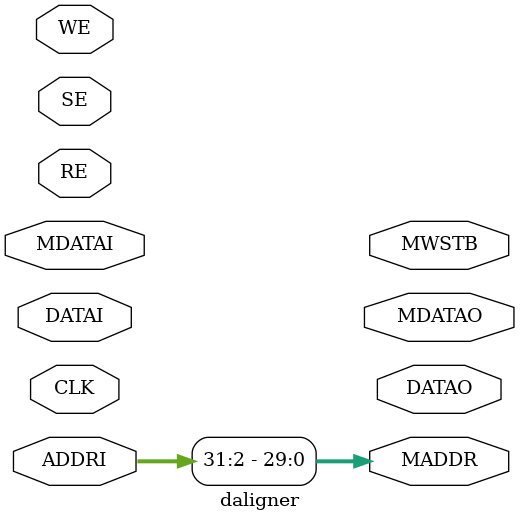
<source format=v>
`include "riscv.vh"

module daligner
  (
   input 	     CLK,
   // M stage interface
   input [31:0]      ADDRI,
   input [31:0]      DATAI,
//   output reg [31:0] DATAO,
   output [31:0] DATAO,
   input [ 1:0]      WE, // 00: no write, 01: byte, 10: h-word, 11: word
   input [ 1:0]      RE, // 00: no read,  01: byte, 10: h-word, 11: word
   input 	     SE, // Sign Extend Control
   // Memory interface
   output [31:2]     MADDR,
   output reg [31:0] MDATAO,
   input [31:0]      MDATAI,
   output reg [ 3:0] MWSTB  // Write strobe 0000, 0001, 0010, 0100, 1000, 0011, 1100, 1111
   );

   reg [31:0] 	     iDATAO;
   
   assign MADDR = ADDRI[31:2];

`ifdef BIG_ENDIAN
   always @( MDATAI or ADDRI or WE or DATAI )
     begin
	case( WE )
	  2'b01: case( ADDRI[1:0] )
		   2'b00: MDATAO <= { MDATAI[31: 8],              DATAI[ 7:0] };
		   2'b01: MDATAO <= { MDATAI[31:16], DATAI[7:0], MDATAI[ 7:0] };
		   2'b10: MDATAO <= { MDATAI[31:24], DATAI[7:0], MDATAI[15:0] };
		   2'b11: MDATAO <= {  DATAI[7:0],               MDATAI[23:0] };
		 endcase
	  2'b10: case( ADDRI[1:0] )
		   2'b00: MDATAO <= { MDATAI[31:16],  DATAI[15: 0] };
		   2'b10: MDATAO <= {  DATAI[15: 0], MDATAI[15: 0] };
		 endcase
	  default: MDATAO <= DATAI;
	endcase
     end

   always @( MDATAI or ADDRI or RE )
     begin
	case( RE )
	  2'b01: case( ADDRI[1:0] )
		   2'b00: DATAO <= { ( SE ) ? {24{MDATAI[ 7]}} : 24'h000, MDATAI[ 7: 0] };
		   2'b01: DATAO <= { ( SE ) ? {24{MDATAI[15]}} : 24'h000, MDATAI[15: 8] };
		   2'b10: DATAO <= { ( SE ) ? {24{MDATAI[23]}} : 24'h000, MDATAI[23:16] };
		   2'b11: DATAO <= { ( SE ) ? {24{MDATAI[31]}} : 24'h000, MDATAI[31:24] };
		 endcase
	  2'b10: case( ADDRI[1:0] )
		   2'b00: DATAO <= { ( SE ) ? {16{MDATAI[15]}} : 16'h00, MDATAI[15: 0] };
		   2'b10: DATAO <= { ( SE ) ? {16{MDATAI[31]}} : 16'h00, MDATAI[31:16] };
		 endcase
	  default: DATAO <= MDATAI;
	endcase // case ( RE )
     end // always @ ( MDATAI or ADDRI or RE )
`endif //  `ifdef BIG_ENDIAN
   
`ifdef LITTLE_ENDIAN
   always @( * )
     begin
	case( WE )
	  2'b01: case( ADDRI[1:0] ) // byte access
		   2'b00:
		     begin
			MDATAO <= {  DATAI[ 7: 0], 24'h00_0000 };
			MWSTB  <= 4'b1000;
		     end
		   2'b01:
		     begin
			MDATAO <= { 8'h00, DATAI[7:0], 16'h0000 };
			MWSTB  <= 4'b0100;
		     end
		   2'b10:
		     begin
			MDATAO <= { 16'h0000, DATAI[7:0], 8'h00 };
			MWSTB  <= 4'b0010;
		     end
		   2'b11: 
		     begin
			MDATAO <= { 24'h0000_00, DATAI[ 7:0] };
			MWSTB  <= 4'b0001;
		     end
		 endcase
	  2'b10: case( ADDRI[1] ) // half word access
		   1'b0:
		     begin
			MDATAO <= {  DATAI[ 7: 0], DATAI[15: 8], 16'h0000 };
			MWSTB  <= 4'b1100;
		     end
		   1'b1:
		     begin
			MDATAO <= { 16'h0000, DATAI[ 7: 0],  DATAI[15: 8] };
			MWSTB  <= 4'b0011;
		     end
		 endcase
	  2'b11: 		// word access
	    begin
	       MDATAO <= { DATAI[7:0], DATAI[15:8], DATAI[23:16], DATAI[31:24] };
	       MWSTB  <= 4'b1111;
	    end
	  default:	// No access
	    begin
	       MDATAO <= 32'h0000_0000;
	       MWSTB  <= 4'b0000;
	    end
	endcase
     end

   always @( * )
     begin
	case( RE )
	  2'b01:
	    case( ADDRI[1:0] )	// byte access
	      2'b00: iDATAO <= { {24{ ( SE ) ? MDATAI[31] : 1'b0 }}, MDATAI[31:24] };
	      2'b01: iDATAO <= { {24{ ( SE ) ? MDATAI[23] : 1'b0 }}, MDATAI[23:16] };
	      2'b10: iDATAO <= { {24{ ( SE ) ? MDATAI[15] : 1'b0 }}, MDATAI[15: 8] };
	      2'b11: iDATAO <= { {24{ ( SE ) ? MDATAI[ 7] : 1'b0 }}, MDATAI[ 7: 0] };
	    endcase
	  2'b10:
	    case( ADDRI[1:0] )	// half word access
	      2'b00: iDATAO <= { {16{ ( SE ) ? MDATAI[23] : 1'b0 }}, MDATAI[23:16], MDATAI[31:24] };
	      2'b10: iDATAO <= { {16{ ( SE ) ? MDATAI[ 7] : 1'b0 }}, MDATAI[ 7: 0], MDATAI[15: 8] };
	    endcase
	  2'b11:  // word access
	    iDATAO <= { MDATAI[ 7: 0], MDATAI[15: 8], MDATAI[23:16], MDATAI[31:24] };
	  default:
	    iDATAO <= 32'h0000_0000;
	endcase // case ( RE )
     end

//   always @( posedge CLK )    // for pipeline
//     DATAO <= iDATAO;

   assign DATAO = iDATAO;		// for non-pipeline
   
`endif //  `ifdef LITTLE_ENDIAN
   
   
endmodule

</source>
